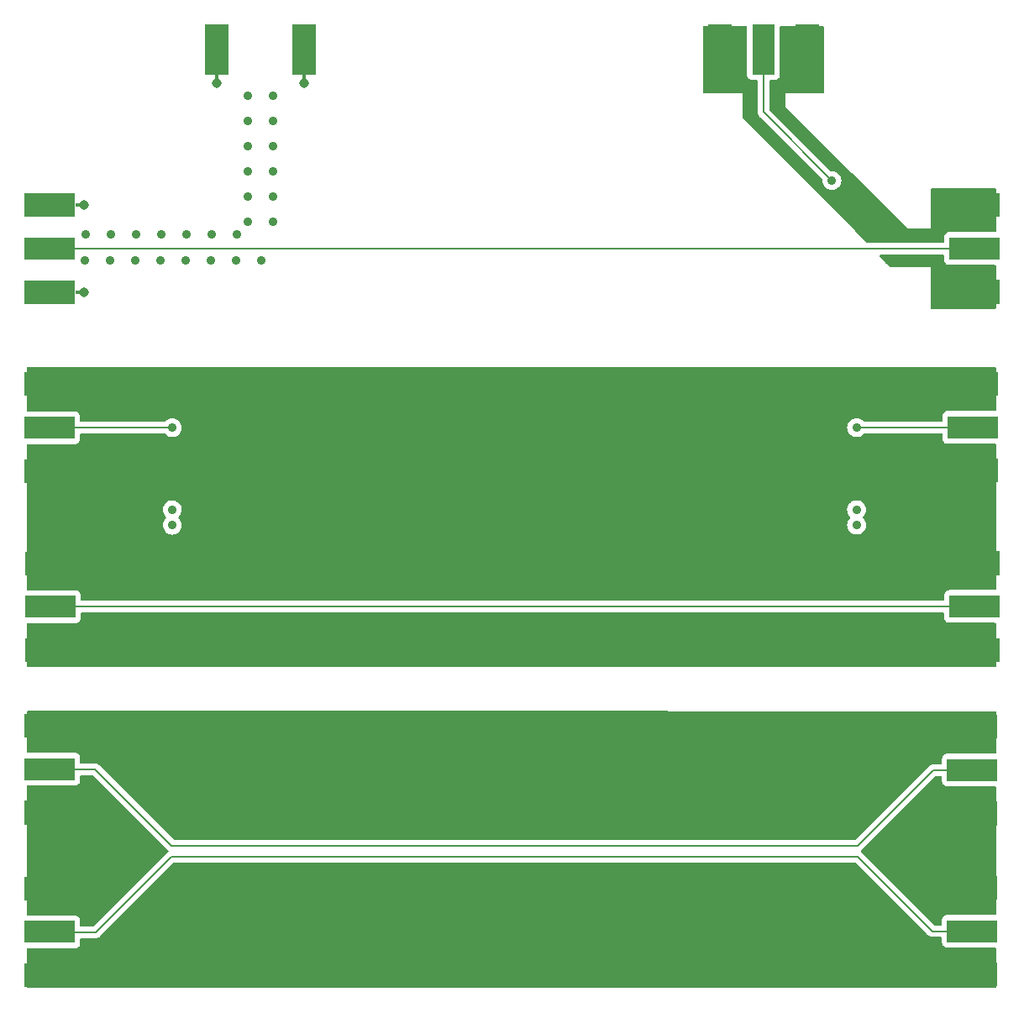
<source format=gbl>
G04 #@! TF.GenerationSoftware,KiCad,Pcbnew,(6.0.1)*
G04 #@! TF.CreationDate,2022-06-06T21:41:38+02:00*
G04 #@! TF.ProjectId,rf_test_board,72665f74-6573-4745-9f62-6f6172642e6b,rev?*
G04 #@! TF.SameCoordinates,Original*
G04 #@! TF.FileFunction,Copper,L4,Bot*
G04 #@! TF.FilePolarity,Positive*
%FSLAX46Y46*%
G04 Gerber Fmt 4.6, Leading zero omitted, Abs format (unit mm)*
G04 Created by KiCad (PCBNEW (6.0.1)) date 2022-06-06 21:41:38*
%MOMM*%
%LPD*%
G01*
G04 APERTURE LIST*
G04 #@! TA.AperFunction,SMDPad,CuDef*
%ADD10R,5.080000X2.420000*%
G04 #@! TD*
G04 #@! TA.AperFunction,ComponentPad*
%ADD11C,0.970000*%
G04 #@! TD*
G04 #@! TA.AperFunction,SMDPad,CuDef*
%ADD12R,0.950000X0.460000*%
G04 #@! TD*
G04 #@! TA.AperFunction,SMDPad,CuDef*
%ADD13R,5.080000X2.290000*%
G04 #@! TD*
G04 #@! TA.AperFunction,SMDPad,CuDef*
%ADD14R,2.420000X5.080000*%
G04 #@! TD*
G04 #@! TA.AperFunction,SMDPad,CuDef*
%ADD15R,0.460000X0.950000*%
G04 #@! TD*
G04 #@! TA.AperFunction,SMDPad,CuDef*
%ADD16R,2.290000X5.080000*%
G04 #@! TD*
G04 #@! TA.AperFunction,ViaPad*
%ADD17C,0.880000*%
G04 #@! TD*
G04 #@! TA.AperFunction,Conductor*
%ADD18C,0.140000*%
G04 #@! TD*
G04 #@! TA.AperFunction,Conductor*
%ADD19C,0.250000*%
G04 #@! TD*
G04 #@! TA.AperFunction,Conductor*
%ADD20C,0.143000*%
G04 #@! TD*
G04 #@! TA.AperFunction,Conductor*
%ADD21C,0.351000*%
G04 #@! TD*
G04 APERTURE END LIST*
D10*
X57129000Y-128181000D03*
D11*
X60569000Y-128181000D03*
D12*
X60119000Y-119421000D03*
D11*
X60569000Y-119421000D03*
D12*
X60119000Y-128181000D03*
D10*
X57129000Y-119421000D03*
D13*
X150297300Y-123774200D03*
D11*
X146857300Y-128154200D03*
D12*
X147307300Y-128154200D03*
D10*
X150297300Y-128154200D03*
D12*
X147307300Y-119394200D03*
D10*
X150297300Y-119394200D03*
D11*
X146857300Y-119394200D03*
D13*
X57093700Y-140169900D03*
D11*
X60533700Y-144549900D03*
D10*
X57093700Y-144549900D03*
D12*
X60083700Y-135789900D03*
X60083700Y-144549900D03*
D10*
X57093700Y-135789900D03*
D11*
X60533700Y-135789900D03*
X146864850Y-119419600D03*
X146864850Y-128179600D03*
D12*
X147314850Y-119419600D03*
D10*
X150304850Y-128179600D03*
X150304850Y-119419600D03*
D12*
X147314850Y-128179600D03*
X60087000Y-92074000D03*
D11*
X60537000Y-92074000D03*
D10*
X57097000Y-92074000D03*
D12*
X60087000Y-83314000D03*
D11*
X60537000Y-83314000D03*
D10*
X57097000Y-83314000D03*
D13*
X150114350Y-105721150D03*
D12*
X147124350Y-110101150D03*
D10*
X150114350Y-110101150D03*
D11*
X146674350Y-101341150D03*
D10*
X150114350Y-101341150D03*
D11*
X146674350Y-110101150D03*
D12*
X147124350Y-101341150D03*
X147073200Y-135893000D03*
X147073200Y-144653000D03*
D11*
X146623200Y-135893000D03*
D10*
X150063200Y-135893000D03*
D11*
X146623200Y-144653000D03*
D10*
X150063200Y-144653000D03*
D13*
X57092000Y-87695000D03*
D12*
X60082000Y-83315000D03*
D10*
X57092000Y-92075000D03*
X57092000Y-83315000D03*
D12*
X60082000Y-92075000D03*
D11*
X60532000Y-92075000D03*
X60532000Y-83315000D03*
D12*
X60077000Y-135816800D03*
D11*
X60527000Y-135816800D03*
D10*
X57087000Y-135816800D03*
X57087000Y-144576800D03*
D11*
X60527000Y-144576800D03*
D12*
X60077000Y-144576800D03*
D13*
X57067450Y-105752900D03*
D11*
X60507450Y-110132900D03*
D12*
X60057450Y-110132900D03*
D11*
X60507450Y-101372900D03*
D10*
X57067450Y-101372900D03*
X57067450Y-110132900D03*
D12*
X60057450Y-101372900D03*
X147124350Y-110094800D03*
D11*
X146674350Y-110094800D03*
D10*
X150114350Y-110094800D03*
D12*
X147124350Y-101334800D03*
D11*
X146674350Y-101334800D03*
D10*
X150114350Y-101334800D03*
D13*
X150068700Y-140258800D03*
D10*
X150068700Y-135878800D03*
X150068700Y-144638800D03*
D11*
X146628700Y-144638800D03*
D12*
X147078700Y-144638800D03*
X147078700Y-135878800D03*
D11*
X146628700Y-135878800D03*
X60513450Y-110132900D03*
D10*
X57073450Y-101372900D03*
X57073450Y-110132900D03*
D12*
X60063450Y-110132900D03*
X60063450Y-101372900D03*
D11*
X60513450Y-101372900D03*
D13*
X150069900Y-156502100D03*
D12*
X147079900Y-152122100D03*
X147079900Y-160882100D03*
D10*
X150069900Y-152122100D03*
X150069900Y-160882100D03*
D11*
X146629900Y-160882100D03*
X146629900Y-152122100D03*
X82685000Y-71064000D03*
D14*
X82685000Y-67624000D03*
D15*
X73925000Y-70614000D03*
D11*
X73925000Y-71064000D03*
D14*
X73925000Y-67624000D03*
D15*
X82685000Y-70614000D03*
D12*
X147285000Y-83302000D03*
D10*
X150275000Y-83302000D03*
D12*
X147285000Y-92062000D03*
D10*
X150275000Y-92062000D03*
D11*
X146835000Y-92062000D03*
X146835000Y-83302000D03*
X60552400Y-160985200D03*
D10*
X57112400Y-152225200D03*
X57112400Y-160985200D03*
D11*
X60552400Y-152225200D03*
D12*
X60102400Y-152225200D03*
X60102400Y-160985200D03*
D16*
X129018000Y-67635000D03*
D11*
X124638000Y-71075000D03*
D15*
X133398000Y-70625000D03*
X124638000Y-70625000D03*
D11*
X133398000Y-71075000D03*
D14*
X124638000Y-67635000D03*
X133398000Y-67635000D03*
D13*
X150274000Y-87694000D03*
D11*
X146834000Y-92074000D03*
D10*
X150274000Y-92074000D03*
D12*
X147284000Y-92074000D03*
D11*
X146834000Y-83314000D03*
D12*
X147284000Y-83314000D03*
D10*
X150274000Y-83314000D03*
D12*
X147073200Y-152123600D03*
D11*
X146623200Y-160883600D03*
D10*
X150063200Y-152123600D03*
X150063200Y-160883600D03*
D11*
X146623200Y-152123600D03*
D12*
X147073200Y-160883600D03*
D11*
X60570600Y-119420000D03*
D10*
X57130600Y-128180000D03*
D12*
X60120600Y-128180000D03*
D10*
X57130600Y-119420000D03*
D12*
X60120600Y-119420000D03*
D11*
X60570600Y-128180000D03*
D13*
X57130600Y-123800000D03*
X57092850Y-156584650D03*
D12*
X60082850Y-160964650D03*
D11*
X60532850Y-160964650D03*
D10*
X57092850Y-152204650D03*
D11*
X60532850Y-152204650D03*
D10*
X57092850Y-160964650D03*
D12*
X60082850Y-152204650D03*
D17*
X141649000Y-88903000D03*
X143256000Y-88900000D03*
X144780000Y-88900000D03*
X146304000Y-88900000D03*
X139700000Y-86360000D03*
X138684000Y-85344000D03*
X137668000Y-84328000D03*
X136652000Y-83312000D03*
X135636000Y-82296000D03*
X134620000Y-81280000D03*
X133604000Y-80264000D03*
X132588000Y-79248000D03*
X131572000Y-78232000D03*
X130556000Y-77216000D03*
X129540000Y-76200000D03*
X128524000Y-75184000D03*
X127508000Y-74168000D03*
X146304000Y-86360000D03*
X144780000Y-86360000D03*
X143256000Y-86360000D03*
X142240000Y-85344000D03*
X141224000Y-84328000D03*
X140208000Y-83312000D03*
X139192000Y-82296000D03*
X138176000Y-81280000D03*
X137160000Y-80264000D03*
X136144000Y-79248000D03*
X135128000Y-78232000D03*
X134112000Y-77216000D03*
X133096000Y-76200000D03*
X132080000Y-75184000D03*
X131064000Y-74168000D03*
X130556000Y-72644000D03*
X127508000Y-72644000D03*
X135925000Y-80845000D03*
X75905004Y-86233604D03*
X70825004Y-86233604D03*
X68285004Y-86233604D03*
X63205004Y-86233604D03*
X60665004Y-86233604D03*
X73365004Y-86233604D03*
X65745004Y-86233604D03*
X77041004Y-85010604D03*
X77041004Y-79930604D03*
X77041004Y-77390604D03*
X77041004Y-72310604D03*
X77041004Y-82470604D03*
X77041004Y-74850604D03*
X79574004Y-72307604D03*
X79574004Y-85007604D03*
X79574004Y-79927604D03*
X79574004Y-82467604D03*
X79574004Y-74847604D03*
X79574004Y-77387604D03*
X63174004Y-88886604D03*
X70794004Y-88886604D03*
X75874004Y-88886604D03*
X60634004Y-88886604D03*
X68254004Y-88886604D03*
X73334004Y-88886604D03*
X65714004Y-88886604D03*
X78414004Y-88886604D03*
X68580000Y-101600000D03*
X71120000Y-101600000D03*
X73660000Y-101600000D03*
X76200000Y-101600000D03*
X78740000Y-101600000D03*
X81280000Y-101600000D03*
X83820000Y-101600000D03*
X86360000Y-101600000D03*
X88900000Y-101600000D03*
X91440000Y-101600000D03*
X93980000Y-101600000D03*
X99060000Y-101600000D03*
X96520000Y-101600000D03*
X101600000Y-101600000D03*
X104140000Y-101600000D03*
X106680000Y-101600000D03*
X109220000Y-101600000D03*
X111760000Y-101600000D03*
X114300000Y-101600000D03*
X116840000Y-101600000D03*
X119380000Y-101600000D03*
X121920000Y-101600000D03*
X124460000Y-101600000D03*
X127000000Y-101600000D03*
X139700000Y-101600000D03*
X129540000Y-101600000D03*
X132080000Y-101600000D03*
X134620000Y-101600000D03*
X137160000Y-101600000D03*
X137160000Y-109220000D03*
X134620000Y-109220000D03*
X132080000Y-109220000D03*
X129540000Y-109220000D03*
X127000000Y-109220000D03*
X124460000Y-109220000D03*
X121920000Y-109220000D03*
X119380000Y-109220000D03*
X116840000Y-109220000D03*
X114300000Y-109220000D03*
X111760000Y-109220000D03*
X109220000Y-109220000D03*
X106680000Y-109220000D03*
X104140000Y-109220000D03*
X101600000Y-109220000D03*
X96520000Y-109220000D03*
X99060000Y-109220000D03*
X91440000Y-109220000D03*
X93980000Y-109220000D03*
X88900000Y-109220000D03*
X86360000Y-109220000D03*
X83820000Y-109220000D03*
X81280000Y-109220000D03*
X78740000Y-109220000D03*
X76200000Y-109220000D03*
X73660000Y-109220000D03*
X71120000Y-109220000D03*
X60960000Y-125730000D03*
X63500000Y-125730000D03*
X66040000Y-125730000D03*
X144780000Y-125730000D03*
X142240000Y-125730000D03*
X139700000Y-125730000D03*
X137160000Y-125730000D03*
X134620000Y-125730000D03*
X132080000Y-125730000D03*
X129540000Y-125730000D03*
X127000000Y-125730000D03*
X124460000Y-125730000D03*
X121920000Y-125730000D03*
X119380000Y-125730000D03*
X116840000Y-125730000D03*
X114300000Y-125730000D03*
X111760000Y-125730000D03*
X109220000Y-125730000D03*
X106680000Y-125730000D03*
X104140000Y-125730000D03*
X101600000Y-125730000D03*
X99060000Y-125730000D03*
X96520000Y-125730000D03*
X93980000Y-125730000D03*
X91440000Y-125730000D03*
X88900000Y-125730000D03*
X86360000Y-125730000D03*
X83820000Y-125730000D03*
X81280000Y-125730000D03*
X78740000Y-125730000D03*
X76200000Y-125730000D03*
X73660000Y-125730000D03*
X71120000Y-125730000D03*
X68580000Y-125730000D03*
X68580000Y-121920000D03*
X139700000Y-121920000D03*
X137160000Y-121920000D03*
X134620000Y-121920000D03*
X132080000Y-121920000D03*
X129540000Y-121920000D03*
X127000000Y-121920000D03*
X121920000Y-121920000D03*
X124460000Y-121920000D03*
X119380000Y-121920000D03*
X116840000Y-121920000D03*
X111760000Y-121920000D03*
X114300000Y-121920000D03*
X109220000Y-121920000D03*
X104140000Y-121920000D03*
X106680000Y-121920000D03*
X101600000Y-121920000D03*
X96520000Y-121920000D03*
X99060000Y-121920000D03*
X93980000Y-121920000D03*
X91440000Y-121920000D03*
X88900000Y-121920000D03*
X86360000Y-121920000D03*
X83820000Y-121920000D03*
X81280000Y-121920000D03*
X78740000Y-121920000D03*
X76200000Y-121920000D03*
X73660000Y-121920000D03*
X71120000Y-121920000D03*
X64102400Y-117920450D03*
X66236000Y-115844000D03*
X65220000Y-116860000D03*
X66030450Y-113487600D03*
X63954000Y-111354000D03*
X64970000Y-112370000D03*
X143500450Y-118497600D03*
X141424000Y-116364000D03*
X142440000Y-117380000D03*
X141382400Y-113040450D03*
X143516000Y-110964000D03*
X142500000Y-111980000D03*
X138400000Y-105760000D03*
X69430000Y-105760000D03*
X139147550Y-118770400D03*
X140208000Y-119888000D03*
X141224000Y-120904000D03*
X139090400Y-110788450D03*
X140208000Y-109728000D03*
X141224000Y-108712000D03*
X66700400Y-120440450D03*
X67818000Y-119380000D03*
X68834000Y-118364000D03*
X67818000Y-109728000D03*
X66757550Y-108610400D03*
X68834000Y-110744000D03*
X69430900Y-115589050D03*
X69437250Y-114033300D03*
X138404600Y-114020600D03*
X138398250Y-115576350D03*
D18*
X150109500Y-105726000D02*
X150114350Y-105721150D01*
X138440500Y-105726000D02*
X150109500Y-105726000D01*
D19*
X150114350Y-105840350D02*
X150114350Y-105721150D01*
D18*
X129018000Y-67635000D02*
X129018000Y-73938000D01*
X129018000Y-73938000D02*
X135925000Y-80845000D01*
D20*
X57092000Y-87695000D02*
X150100000Y-87695000D01*
D21*
X150271500Y-123800000D02*
X150297300Y-123774200D01*
D18*
X57130600Y-123800000D02*
X150271500Y-123800000D01*
D19*
X138400000Y-105760000D02*
X138438850Y-105721150D01*
X69422900Y-105752900D02*
X69430000Y-105760000D01*
D18*
X57067450Y-105752900D02*
X69422900Y-105752900D01*
D19*
X150082600Y-105752900D02*
X150114350Y-105721150D01*
D18*
X138544300Y-149028150D02*
X69370000Y-149028150D01*
X146018250Y-156502100D02*
X138544300Y-149028150D01*
X150448100Y-156502100D02*
X146018250Y-156502100D01*
X138531600Y-147885150D02*
X69370000Y-147885150D01*
X146145250Y-140271500D02*
X138531600Y-147885150D01*
X150545800Y-140271500D02*
X146145250Y-140271500D01*
X61747400Y-156603700D02*
X57297950Y-156603700D01*
X69335650Y-149021800D02*
X61762325Y-156595125D01*
X69350000Y-147867750D02*
X61677550Y-140195300D01*
X61674150Y-140195300D02*
X57248650Y-140195300D01*
G04 #@! TA.AperFunction,Conductor*
G36*
X138320609Y-149626652D02*
G01*
X138341583Y-149643555D01*
X145576538Y-156878511D01*
X145587405Y-156890902D01*
X145605659Y-156914691D01*
X145635998Y-156937971D01*
X145636000Y-156937973D01*
X145726504Y-157007419D01*
X145867231Y-157065710D01*
X145980332Y-157080600D01*
X145980333Y-157080600D01*
X145980343Y-157080601D01*
X146010060Y-157084513D01*
X146010061Y-157084513D01*
X146018250Y-157085591D01*
X146047974Y-157081678D01*
X146064419Y-157080600D01*
X146895400Y-157080600D01*
X146963521Y-157100602D01*
X147010014Y-157154258D01*
X147021400Y-157206600D01*
X147021400Y-157695234D01*
X147028155Y-157757416D01*
X147079285Y-157893805D01*
X147166639Y-158010361D01*
X147283195Y-158097715D01*
X147419584Y-158148845D01*
X147481766Y-158155600D01*
X152350200Y-158155600D01*
X152418321Y-158175602D01*
X152464814Y-158229258D01*
X152476200Y-158281600D01*
X152476200Y-162129200D01*
X152456198Y-162197321D01*
X152402542Y-162243814D01*
X152350200Y-162255200D01*
X54863000Y-162255200D01*
X54794879Y-162235198D01*
X54748386Y-162181542D01*
X54737000Y-162129200D01*
X54737000Y-158364150D01*
X54757002Y-158296029D01*
X54810658Y-158249536D01*
X54863000Y-158238150D01*
X59680984Y-158238150D01*
X59743166Y-158231395D01*
X59879555Y-158180265D01*
X59996111Y-158092911D01*
X60083465Y-157976355D01*
X60134595Y-157839966D01*
X60141350Y-157777784D01*
X60141350Y-157308200D01*
X60161352Y-157240079D01*
X60215008Y-157193586D01*
X60267350Y-157182200D01*
X61785318Y-157182200D01*
X61898419Y-157167310D01*
X62039146Y-157109019D01*
X62045477Y-157104160D01*
X62046440Y-157103604D01*
X62054071Y-157100444D01*
X62060624Y-157095416D01*
X62060627Y-157095414D01*
X62106586Y-157060148D01*
X62144574Y-157030998D01*
X62156939Y-157018633D01*
X62159991Y-157016291D01*
X62162333Y-157013239D01*
X69532017Y-149643555D01*
X69594329Y-149609529D01*
X69621112Y-149606650D01*
X138252488Y-149606650D01*
X138320609Y-149626652D01*
G37*
G04 #@! TD.AperFunction*
G04 #@! TA.AperFunction,Conductor*
G36*
X61453859Y-140793802D02*
G01*
X61474833Y-140810705D01*
X68936859Y-148272731D01*
X68947726Y-148285122D01*
X68957409Y-148297741D01*
X68963959Y-148302767D01*
X69012917Y-148340334D01*
X69054784Y-148397672D01*
X69059006Y-148468543D01*
X69024242Y-148530446D01*
X69012922Y-148540255D01*
X68953401Y-148585927D01*
X61551033Y-155988295D01*
X61488721Y-156022321D01*
X61461938Y-156025200D01*
X60267350Y-156025200D01*
X60199229Y-156005198D01*
X60152736Y-155951542D01*
X60141350Y-155899200D01*
X60141350Y-155391516D01*
X60134595Y-155329334D01*
X60083465Y-155192945D01*
X59996111Y-155076389D01*
X59879555Y-154989035D01*
X59743166Y-154937905D01*
X59680984Y-154931150D01*
X54863000Y-154931150D01*
X54794879Y-154911148D01*
X54748386Y-154857492D01*
X54737000Y-154805150D01*
X54737000Y-141949400D01*
X54757002Y-141881279D01*
X54810658Y-141834786D01*
X54863000Y-141823400D01*
X59681834Y-141823400D01*
X59744016Y-141816645D01*
X59880405Y-141765515D01*
X59996961Y-141678161D01*
X60084315Y-141561605D01*
X60135445Y-141425216D01*
X60142200Y-141363034D01*
X60142200Y-140899800D01*
X60162202Y-140831679D01*
X60215858Y-140785186D01*
X60268200Y-140773800D01*
X61385738Y-140773800D01*
X61453859Y-140793802D01*
G37*
G04 #@! TD.AperFunction*
G04 #@! TA.AperFunction,Conductor*
G36*
X146962321Y-140870002D02*
G01*
X147008814Y-140923658D01*
X147020200Y-140976000D01*
X147020200Y-141451934D01*
X147026955Y-141514116D01*
X147078085Y-141650505D01*
X147165439Y-141767061D01*
X147281995Y-141854415D01*
X147418384Y-141905545D01*
X147480566Y-141912300D01*
X152350200Y-141912300D01*
X152418321Y-141932302D01*
X152464814Y-141985958D01*
X152476200Y-142038300D01*
X152476200Y-154722600D01*
X152456198Y-154790721D01*
X152402542Y-154837214D01*
X152350200Y-154848600D01*
X147481766Y-154848600D01*
X147419584Y-154855355D01*
X147283195Y-154906485D01*
X147166639Y-154993839D01*
X147079285Y-155110395D01*
X147028155Y-155246784D01*
X147021400Y-155308966D01*
X147021400Y-155797600D01*
X147001398Y-155865721D01*
X146947742Y-155912214D01*
X146895400Y-155923600D01*
X146310063Y-155923600D01*
X146241942Y-155903598D01*
X146220968Y-155886695D01*
X138986019Y-148651747D01*
X138975151Y-148639356D01*
X138961918Y-148622110D01*
X138961917Y-148622109D01*
X138956891Y-148615559D01*
X138950341Y-148610533D01*
X138950338Y-148610530D01*
X138873720Y-148551739D01*
X138831853Y-148494401D01*
X138827631Y-148423530D01*
X138862396Y-148361627D01*
X138873705Y-148351827D01*
X138944191Y-148297741D01*
X138962452Y-148273943D01*
X138973319Y-148261553D01*
X146347967Y-140886905D01*
X146410279Y-140852879D01*
X146437062Y-140850000D01*
X146894200Y-140850000D01*
X146962321Y-140870002D01*
G37*
G04 #@! TD.AperFunction*
G04 #@! TA.AperFunction,Conductor*
G36*
X86947774Y-134315167D02*
G01*
X152350224Y-134327787D01*
X152418341Y-134347802D01*
X152464824Y-134401467D01*
X152476200Y-134453787D01*
X152476200Y-138479300D01*
X152456198Y-138547421D01*
X152402542Y-138593914D01*
X152350200Y-138605300D01*
X147480566Y-138605300D01*
X147418384Y-138612055D01*
X147281995Y-138663185D01*
X147165439Y-138750539D01*
X147078085Y-138867095D01*
X147026955Y-139003484D01*
X147020200Y-139065666D01*
X147020200Y-139567000D01*
X147000198Y-139635121D01*
X146946542Y-139681614D01*
X146894200Y-139693000D01*
X146191426Y-139693000D01*
X146174980Y-139691922D01*
X146153438Y-139689086D01*
X146145250Y-139688008D01*
X146107332Y-139693000D01*
X145994231Y-139707890D01*
X145853504Y-139766181D01*
X145793082Y-139812545D01*
X145739212Y-139853880D01*
X145739209Y-139853883D01*
X145732659Y-139858909D01*
X145727633Y-139865459D01*
X145727632Y-139865460D01*
X145714399Y-139882706D01*
X145703531Y-139895097D01*
X138328883Y-147269745D01*
X138266571Y-147303771D01*
X138239788Y-147306650D01*
X69659212Y-147306650D01*
X69591091Y-147286648D01*
X69570117Y-147269745D01*
X62104656Y-139804284D01*
X62093788Y-139791892D01*
X62091767Y-139789258D01*
X62091764Y-139789255D01*
X62086741Y-139782709D01*
X62080195Y-139777686D01*
X62080192Y-139777683D01*
X62077558Y-139775662D01*
X62065166Y-139764794D01*
X62059799Y-139759427D01*
X62009035Y-139720474D01*
X61975849Y-139695009D01*
X61975847Y-139695008D01*
X61969296Y-139689981D01*
X61828569Y-139631690D01*
X61677550Y-139611808D01*
X61669362Y-139612886D01*
X61647820Y-139615722D01*
X61631374Y-139616800D01*
X60268200Y-139616800D01*
X60200079Y-139596798D01*
X60153586Y-139543142D01*
X60142200Y-139490800D01*
X60142200Y-138976766D01*
X60135445Y-138914584D01*
X60084315Y-138778195D01*
X59996961Y-138661639D01*
X59880405Y-138574285D01*
X59744016Y-138523155D01*
X59681834Y-138516400D01*
X54863000Y-138516400D01*
X54794879Y-138496398D01*
X54748386Y-138442742D01*
X54737000Y-138390400D01*
X54737000Y-134434976D01*
X54757002Y-134366855D01*
X54810658Y-134320362D01*
X54863022Y-134308976D01*
X86947774Y-134315167D01*
G37*
G04 #@! TD.AperFunction*
G04 #@! TA.AperFunction,Conductor*
G36*
X147190921Y-124398502D02*
G01*
X147237414Y-124452158D01*
X147248800Y-124504500D01*
X147248800Y-124967334D01*
X147255555Y-125029516D01*
X147306685Y-125165905D01*
X147394039Y-125282461D01*
X147510595Y-125369815D01*
X147646984Y-125420945D01*
X147709166Y-125427700D01*
X152350200Y-125427700D01*
X152418321Y-125447702D01*
X152464814Y-125501358D01*
X152476200Y-125553700D01*
X152476200Y-129744130D01*
X152456198Y-129812251D01*
X152402542Y-129858744D01*
X152350229Y-129870129D01*
X111090728Y-129878486D01*
X54863026Y-129889873D01*
X54794901Y-129869885D01*
X54748397Y-129816239D01*
X54737000Y-129763873D01*
X54737000Y-125579500D01*
X54757002Y-125511379D01*
X54810658Y-125464886D01*
X54863000Y-125453500D01*
X59718734Y-125453500D01*
X59780916Y-125446745D01*
X59917305Y-125395615D01*
X60033861Y-125308261D01*
X60121215Y-125191705D01*
X60172345Y-125055316D01*
X60179100Y-124993134D01*
X60179100Y-124504500D01*
X60199102Y-124436379D01*
X60252758Y-124389886D01*
X60305100Y-124378500D01*
X147122800Y-124378500D01*
X147190921Y-124398502D01*
G37*
G04 #@! TD.AperFunction*
G04 #@! TA.AperFunction,Conductor*
G36*
X152418310Y-99660060D02*
G01*
X152464808Y-99713711D01*
X152476200Y-99766065D01*
X152476200Y-103941650D01*
X152456198Y-104009771D01*
X152402542Y-104056264D01*
X152350200Y-104067650D01*
X147526216Y-104067650D01*
X147464034Y-104074405D01*
X147327645Y-104125535D01*
X147211089Y-104212889D01*
X147123735Y-104329445D01*
X147072605Y-104465834D01*
X147065850Y-104528016D01*
X147065850Y-105021500D01*
X147045848Y-105089621D01*
X146992192Y-105136114D01*
X146939850Y-105147500D01*
X139184297Y-105147500D01*
X139116176Y-105127498D01*
X139086654Y-105101135D01*
X139080183Y-105093201D01*
X139080178Y-105093196D01*
X139076284Y-105088421D01*
X139070654Y-105083763D01*
X138937710Y-104973782D01*
X138932961Y-104969853D01*
X138769337Y-104881382D01*
X138680491Y-104853880D01*
X138597532Y-104828200D01*
X138597529Y-104828199D01*
X138591645Y-104826378D01*
X138585520Y-104825734D01*
X138585519Y-104825734D01*
X138412782Y-104807578D01*
X138412781Y-104807578D01*
X138406654Y-104806934D01*
X138329836Y-104813925D01*
X138227548Y-104823234D01*
X138227545Y-104823235D01*
X138221409Y-104823793D01*
X138215503Y-104825531D01*
X138215499Y-104825532D01*
X138083007Y-104864527D01*
X138042967Y-104876311D01*
X137878124Y-104962489D01*
X137733159Y-105079044D01*
X137729200Y-105083762D01*
X137729199Y-105083763D01*
X137724284Y-105089621D01*
X137613593Y-105221536D01*
X137610630Y-105226925D01*
X137610627Y-105226930D01*
X137536124Y-105362452D01*
X137523982Y-105384538D01*
X137467738Y-105561842D01*
X137447004Y-105746693D01*
X137462569Y-105932051D01*
X137513840Y-106110855D01*
X137516658Y-106116337D01*
X137516659Y-106116341D01*
X137596045Y-106270810D01*
X137596048Y-106270814D01*
X137598865Y-106276296D01*
X137714405Y-106422071D01*
X137856059Y-106542628D01*
X137861437Y-106545634D01*
X137861439Y-106545635D01*
X137963899Y-106602897D01*
X138018432Y-106633375D01*
X138024291Y-106635279D01*
X138024294Y-106635280D01*
X138065252Y-106648588D01*
X138195338Y-106690856D01*
X138201448Y-106691585D01*
X138201450Y-106691585D01*
X138264324Y-106699082D01*
X138380040Y-106712880D01*
X138386175Y-106712408D01*
X138386177Y-106712408D01*
X138559359Y-106699082D01*
X138559362Y-106699081D01*
X138565502Y-106698609D01*
X138593271Y-106690856D01*
X138738729Y-106650244D01*
X138738730Y-106650244D01*
X138744660Y-106648588D01*
X138750158Y-106645811D01*
X138905190Y-106567499D01*
X138905192Y-106567498D01*
X138910691Y-106564720D01*
X139057269Y-106450200D01*
X139061295Y-106445536D01*
X139061298Y-106445533D01*
X139145340Y-106348169D01*
X139204993Y-106309672D01*
X139240721Y-106304500D01*
X146939850Y-106304500D01*
X147007971Y-106324502D01*
X147054464Y-106378158D01*
X147065850Y-106430500D01*
X147065850Y-106914284D01*
X147072605Y-106976466D01*
X147123735Y-107112855D01*
X147211089Y-107229411D01*
X147327645Y-107316765D01*
X147464034Y-107367895D01*
X147526216Y-107374650D01*
X152350200Y-107374650D01*
X152418321Y-107394652D01*
X152464814Y-107448308D01*
X152476200Y-107500650D01*
X152476200Y-121994700D01*
X152456198Y-122062821D01*
X152402542Y-122109314D01*
X152350200Y-122120700D01*
X147709166Y-122120700D01*
X147646984Y-122127455D01*
X147510595Y-122178585D01*
X147394039Y-122265939D01*
X147306685Y-122382495D01*
X147255555Y-122518884D01*
X147248800Y-122581066D01*
X147248800Y-123095500D01*
X147228798Y-123163621D01*
X147175142Y-123210114D01*
X147122800Y-123221500D01*
X60305100Y-123221500D01*
X60236979Y-123201498D01*
X60190486Y-123147842D01*
X60179100Y-123095500D01*
X60179100Y-122606866D01*
X60172345Y-122544684D01*
X60121215Y-122408295D01*
X60033861Y-122291739D01*
X59917305Y-122204385D01*
X59780916Y-122153255D01*
X59718734Y-122146500D01*
X54863000Y-122146500D01*
X54794879Y-122126498D01*
X54748386Y-122072842D01*
X54737000Y-122020500D01*
X54737000Y-115575743D01*
X68477904Y-115575743D01*
X68478420Y-115581887D01*
X68492403Y-115748401D01*
X68493469Y-115761101D01*
X68544740Y-115939905D01*
X68547558Y-115945387D01*
X68547559Y-115945391D01*
X68626945Y-116099860D01*
X68626948Y-116099864D01*
X68629765Y-116105346D01*
X68745305Y-116251121D01*
X68749998Y-116255115D01*
X68749999Y-116255116D01*
X68872037Y-116358978D01*
X68886959Y-116371678D01*
X68892337Y-116374684D01*
X68892339Y-116374685D01*
X68994799Y-116431947D01*
X69049332Y-116462425D01*
X69055191Y-116464329D01*
X69055194Y-116464330D01*
X69096152Y-116477638D01*
X69226238Y-116519906D01*
X69232348Y-116520635D01*
X69232350Y-116520635D01*
X69318589Y-116530918D01*
X69410940Y-116541930D01*
X69417075Y-116541458D01*
X69417077Y-116541458D01*
X69590259Y-116528132D01*
X69590262Y-116528131D01*
X69596402Y-116527659D01*
X69624171Y-116519906D01*
X69769629Y-116479294D01*
X69769630Y-116479294D01*
X69775560Y-116477638D01*
X69781058Y-116474861D01*
X69936090Y-116396549D01*
X69936092Y-116396548D01*
X69941591Y-116393770D01*
X70088169Y-116279250D01*
X70092195Y-116274586D01*
X70092198Y-116274583D01*
X70205683Y-116143109D01*
X70205684Y-116143107D01*
X70209712Y-116138441D01*
X70219972Y-116120381D01*
X70298543Y-115982069D01*
X70301590Y-115976706D01*
X70360304Y-115800205D01*
X70383617Y-115615662D01*
X70383989Y-115589050D01*
X70381439Y-115563043D01*
X137445254Y-115563043D01*
X137460819Y-115748401D01*
X137512090Y-115927205D01*
X137514908Y-115932687D01*
X137514909Y-115932691D01*
X137594295Y-116087160D01*
X137594298Y-116087164D01*
X137597115Y-116092646D01*
X137712655Y-116238421D01*
X137717348Y-116242415D01*
X137717349Y-116242416D01*
X137732272Y-116255116D01*
X137854309Y-116358978D01*
X137859687Y-116361984D01*
X137859689Y-116361985D01*
X137962149Y-116419247D01*
X138016682Y-116449725D01*
X138022541Y-116451629D01*
X138022544Y-116451630D01*
X138055768Y-116462425D01*
X138193588Y-116507206D01*
X138199698Y-116507935D01*
X138199700Y-116507935D01*
X138262574Y-116515432D01*
X138378290Y-116529230D01*
X138384425Y-116528758D01*
X138384427Y-116528758D01*
X138557609Y-116515432D01*
X138557612Y-116515431D01*
X138563752Y-116514959D01*
X138591521Y-116507206D01*
X138736979Y-116466594D01*
X138736980Y-116466594D01*
X138742910Y-116464938D01*
X138753840Y-116459417D01*
X138903440Y-116383849D01*
X138903442Y-116383848D01*
X138908941Y-116381070D01*
X139055519Y-116266550D01*
X139059545Y-116261886D01*
X139059548Y-116261883D01*
X139173033Y-116130409D01*
X139173034Y-116130407D01*
X139177062Y-116125741D01*
X139268940Y-115964006D01*
X139327654Y-115787505D01*
X139350967Y-115602962D01*
X139351164Y-115588846D01*
X139351290Y-115579872D01*
X139351290Y-115579868D01*
X139351339Y-115576350D01*
X139333188Y-115391227D01*
X139279425Y-115213156D01*
X139270033Y-115195493D01*
X139194994Y-115054365D01*
X139194993Y-115054363D01*
X139192098Y-115048919D01*
X139074534Y-114904771D01*
X139069792Y-114900848D01*
X139069790Y-114900846D01*
X139067640Y-114899067D01*
X139066824Y-114897858D01*
X139065443Y-114896468D01*
X139065707Y-114896206D01*
X139027902Y-114840233D01*
X139026279Y-114769255D01*
X139060296Y-114712029D01*
X139061869Y-114710800D01*
X139071736Y-114699369D01*
X139179383Y-114574659D01*
X139179384Y-114574657D01*
X139183412Y-114569991D01*
X139275290Y-114408256D01*
X139334004Y-114231755D01*
X139357317Y-114047212D01*
X139357514Y-114033096D01*
X139357640Y-114024122D01*
X139357640Y-114024118D01*
X139357689Y-114020600D01*
X139339538Y-113835477D01*
X139285775Y-113657406D01*
X139276383Y-113639743D01*
X139201344Y-113498615D01*
X139201343Y-113498613D01*
X139198448Y-113493169D01*
X139154605Y-113439412D01*
X139084779Y-113353796D01*
X139084776Y-113353793D01*
X139080884Y-113349021D01*
X139075254Y-113344363D01*
X138957662Y-113247082D01*
X138937561Y-113230453D01*
X138773937Y-113141982D01*
X138637273Y-113099678D01*
X138602132Y-113088800D01*
X138602129Y-113088799D01*
X138596245Y-113086978D01*
X138590120Y-113086334D01*
X138590119Y-113086334D01*
X138417382Y-113068178D01*
X138417381Y-113068178D01*
X138411254Y-113067534D01*
X138334436Y-113074525D01*
X138232148Y-113083834D01*
X138232145Y-113083835D01*
X138226009Y-113084393D01*
X138220103Y-113086131D01*
X138220099Y-113086132D01*
X138087607Y-113125127D01*
X138047567Y-113136911D01*
X137882724Y-113223089D01*
X137877924Y-113226949D01*
X137877923Y-113226949D01*
X137861414Y-113240223D01*
X137737759Y-113339644D01*
X137733800Y-113344362D01*
X137733799Y-113344363D01*
X137722531Y-113357792D01*
X137618193Y-113482136D01*
X137615230Y-113487525D01*
X137615227Y-113487530D01*
X137540724Y-113623052D01*
X137528582Y-113645138D01*
X137526721Y-113651005D01*
X137526720Y-113651007D01*
X137518790Y-113676006D01*
X137472338Y-113822442D01*
X137451604Y-114007293D01*
X137467169Y-114192651D01*
X137518440Y-114371455D01*
X137521258Y-114376937D01*
X137521259Y-114376941D01*
X137600645Y-114531410D01*
X137600648Y-114531414D01*
X137603465Y-114536896D01*
X137719005Y-114682671D01*
X137723699Y-114686666D01*
X137723702Y-114686669D01*
X137737571Y-114698473D01*
X137776483Y-114757857D01*
X137777112Y-114828851D01*
X137739313Y-114885898D01*
X137740612Y-114887224D01*
X137736215Y-114891530D01*
X137731409Y-114895394D01*
X137611843Y-115037886D01*
X137608880Y-115043275D01*
X137608877Y-115043280D01*
X137534374Y-115178802D01*
X137522232Y-115200888D01*
X137520371Y-115206755D01*
X137520370Y-115206757D01*
X137512440Y-115231756D01*
X137465988Y-115378192D01*
X137445254Y-115563043D01*
X70381439Y-115563043D01*
X70365838Y-115403927D01*
X70312075Y-115225856D01*
X70224748Y-115061619D01*
X70107184Y-114917471D01*
X70102442Y-114913548D01*
X70102440Y-114913546D01*
X70100290Y-114911767D01*
X70099474Y-114910558D01*
X70098093Y-114909168D01*
X70098357Y-114908906D01*
X70060552Y-114852933D01*
X70058929Y-114781955D01*
X70092946Y-114724729D01*
X70094519Y-114723500D01*
X70098546Y-114718835D01*
X70212033Y-114587359D01*
X70212034Y-114587357D01*
X70216062Y-114582691D01*
X70226322Y-114564631D01*
X70304893Y-114426319D01*
X70307940Y-114420956D01*
X70366654Y-114244455D01*
X70389967Y-114059912D01*
X70390339Y-114033300D01*
X70372188Y-113848177D01*
X70318425Y-113670106D01*
X70231098Y-113505869D01*
X70187255Y-113452112D01*
X70117429Y-113366496D01*
X70117426Y-113366493D01*
X70113534Y-113361721D01*
X70107904Y-113357063D01*
X69974960Y-113247082D01*
X69970211Y-113243153D01*
X69806587Y-113154682D01*
X69717741Y-113127180D01*
X69634782Y-113101500D01*
X69634779Y-113101499D01*
X69628895Y-113099678D01*
X69622770Y-113099034D01*
X69622769Y-113099034D01*
X69450032Y-113080878D01*
X69450031Y-113080878D01*
X69443904Y-113080234D01*
X69376878Y-113086334D01*
X69264798Y-113096534D01*
X69264795Y-113096535D01*
X69258659Y-113097093D01*
X69252753Y-113098831D01*
X69252749Y-113098832D01*
X69129277Y-113135172D01*
X69080217Y-113149611D01*
X68915374Y-113235789D01*
X68770409Y-113352344D01*
X68766450Y-113357062D01*
X68766449Y-113357063D01*
X68656252Y-113488390D01*
X68650843Y-113494836D01*
X68647880Y-113500225D01*
X68647877Y-113500230D01*
X68573374Y-113635752D01*
X68561232Y-113657838D01*
X68504988Y-113835142D01*
X68484254Y-114019993D01*
X68484770Y-114026137D01*
X68498753Y-114192651D01*
X68499819Y-114205351D01*
X68551090Y-114384155D01*
X68553908Y-114389637D01*
X68553909Y-114389641D01*
X68633295Y-114544110D01*
X68633298Y-114544114D01*
X68636115Y-114549596D01*
X68751655Y-114695371D01*
X68756349Y-114699366D01*
X68756352Y-114699369D01*
X68770221Y-114711173D01*
X68809133Y-114770557D01*
X68809762Y-114841551D01*
X68771963Y-114898598D01*
X68773262Y-114899924D01*
X68768865Y-114904230D01*
X68764059Y-114908094D01*
X68756191Y-114917471D01*
X68650624Y-115043280D01*
X68644493Y-115050586D01*
X68641530Y-115055975D01*
X68641527Y-115055980D01*
X68567024Y-115191502D01*
X68554882Y-115213588D01*
X68498638Y-115390892D01*
X68477904Y-115575743D01*
X54737000Y-115575743D01*
X54737000Y-107532400D01*
X54757002Y-107464279D01*
X54810658Y-107417786D01*
X54863000Y-107406400D01*
X59655584Y-107406400D01*
X59717766Y-107399645D01*
X59854155Y-107348515D01*
X59970711Y-107261161D01*
X60058065Y-107144605D01*
X60109195Y-107008216D01*
X60115950Y-106946034D01*
X60115950Y-106457400D01*
X60135952Y-106389279D01*
X60189608Y-106342786D01*
X60241950Y-106331400D01*
X68611629Y-106331400D01*
X68679750Y-106351402D01*
X68710374Y-106379135D01*
X68744405Y-106422071D01*
X68886059Y-106542628D01*
X68891437Y-106545634D01*
X68891439Y-106545635D01*
X68993899Y-106602897D01*
X69048432Y-106633375D01*
X69054291Y-106635279D01*
X69054294Y-106635280D01*
X69095252Y-106648588D01*
X69225338Y-106690856D01*
X69231448Y-106691585D01*
X69231450Y-106691585D01*
X69294324Y-106699082D01*
X69410040Y-106712880D01*
X69416175Y-106712408D01*
X69416177Y-106712408D01*
X69589359Y-106699082D01*
X69589362Y-106699081D01*
X69595502Y-106698609D01*
X69623271Y-106690856D01*
X69768729Y-106650244D01*
X69768730Y-106650244D01*
X69774660Y-106648588D01*
X69780158Y-106645811D01*
X69935190Y-106567499D01*
X69935192Y-106567498D01*
X69940691Y-106564720D01*
X70087269Y-106450200D01*
X70091295Y-106445536D01*
X70091298Y-106445533D01*
X70204783Y-106314059D01*
X70204784Y-106314057D01*
X70208812Y-106309391D01*
X70300690Y-106147656D01*
X70359404Y-105971155D01*
X70382717Y-105786612D01*
X70383089Y-105760000D01*
X70364938Y-105574877D01*
X70311175Y-105396806D01*
X70223848Y-105232569D01*
X70171773Y-105168718D01*
X70110179Y-105093196D01*
X70110176Y-105093193D01*
X70106284Y-105088421D01*
X70100654Y-105083763D01*
X69967710Y-104973782D01*
X69962961Y-104969853D01*
X69799337Y-104881382D01*
X69710491Y-104853880D01*
X69627532Y-104828200D01*
X69627529Y-104828199D01*
X69621645Y-104826378D01*
X69615520Y-104825734D01*
X69615519Y-104825734D01*
X69442782Y-104807578D01*
X69442781Y-104807578D01*
X69436654Y-104806934D01*
X69359836Y-104813925D01*
X69257548Y-104823234D01*
X69257545Y-104823235D01*
X69251409Y-104823793D01*
X69245503Y-104825531D01*
X69245499Y-104825532D01*
X69113007Y-104864527D01*
X69072967Y-104876311D01*
X68908124Y-104962489D01*
X68763159Y-105079044D01*
X68759200Y-105083762D01*
X68755291Y-105088421D01*
X68720912Y-105129392D01*
X68661803Y-105168718D01*
X68624391Y-105174400D01*
X60241950Y-105174400D01*
X60173829Y-105154398D01*
X60127336Y-105100742D01*
X60115950Y-105048400D01*
X60115950Y-104559766D01*
X60109195Y-104497584D01*
X60058065Y-104361195D01*
X59970711Y-104244639D01*
X59854155Y-104157285D01*
X59717766Y-104106155D01*
X59655584Y-104099400D01*
X54863000Y-104099400D01*
X54794879Y-104079398D01*
X54748386Y-104025742D01*
X54737000Y-103973400D01*
X54737000Y-99775935D01*
X54757002Y-99707814D01*
X54810658Y-99661321D01*
X54862987Y-99649935D01*
X112130112Y-99644137D01*
X152350188Y-99640065D01*
X152418310Y-99660060D01*
G37*
G04 #@! TD.AperFunction*
G04 #@! TA.AperFunction,Conductor*
G36*
X147167621Y-88295002D02*
G01*
X147214114Y-88348658D01*
X147225500Y-88401000D01*
X147225500Y-88887134D01*
X147232255Y-88949316D01*
X147283385Y-89085705D01*
X147370739Y-89202261D01*
X147487295Y-89289615D01*
X147623684Y-89340745D01*
X147685866Y-89347500D01*
X152350200Y-89347500D01*
X152418321Y-89367502D01*
X152464814Y-89421158D01*
X152476200Y-89473500D01*
X152476200Y-93644883D01*
X152456198Y-93713004D01*
X152402542Y-93759497D01*
X152350377Y-93770883D01*
X145975877Y-93779823D01*
X145907728Y-93759916D01*
X145861160Y-93706326D01*
X145849700Y-93654123D01*
X145840043Y-89598116D01*
X145840000Y-89580000D01*
X143151863Y-89573296D01*
X141882205Y-89570130D01*
X141814134Y-89549958D01*
X141793185Y-89532987D01*
X140755626Y-88489857D01*
X140721768Y-88427453D01*
X140727023Y-88356652D01*
X140769721Y-88299930D01*
X140836308Y-88275297D01*
X140844960Y-88275000D01*
X147099500Y-88275000D01*
X147167621Y-88295002D01*
G37*
G04 #@! TD.AperFunction*
G04 #@! TA.AperFunction,Conductor*
G36*
X127306621Y-65272602D02*
G01*
X127353114Y-65326258D01*
X127364500Y-65378600D01*
X127364500Y-70223134D01*
X127371255Y-70285316D01*
X127422385Y-70421705D01*
X127509739Y-70538261D01*
X127626295Y-70625615D01*
X127762684Y-70676745D01*
X127824866Y-70683500D01*
X128313500Y-70683500D01*
X128381621Y-70703502D01*
X128428114Y-70757158D01*
X128439500Y-70809500D01*
X128439500Y-73891824D01*
X128438422Y-73908270D01*
X128434508Y-73938000D01*
X128439500Y-73975918D01*
X128454390Y-74089019D01*
X128512681Y-74229746D01*
X128559045Y-74290168D01*
X128600380Y-74344038D01*
X128600383Y-74344041D01*
X128605409Y-74350591D01*
X128611959Y-74355617D01*
X128611960Y-74355618D01*
X128629206Y-74368851D01*
X128641597Y-74379719D01*
X134941385Y-80679507D01*
X134975411Y-80741819D01*
X134977505Y-80782646D01*
X134972004Y-80831693D01*
X134987569Y-81017051D01*
X135038840Y-81195855D01*
X135041658Y-81201337D01*
X135041659Y-81201341D01*
X135121045Y-81355810D01*
X135121048Y-81355814D01*
X135123865Y-81361296D01*
X135239405Y-81507071D01*
X135244098Y-81511065D01*
X135244099Y-81511066D01*
X135359295Y-81609105D01*
X135381059Y-81627628D01*
X135386437Y-81630634D01*
X135386439Y-81630635D01*
X135435967Y-81658315D01*
X135543432Y-81718375D01*
X135549291Y-81720279D01*
X135549294Y-81720280D01*
X135590252Y-81733588D01*
X135720338Y-81775856D01*
X135726448Y-81776585D01*
X135726450Y-81776585D01*
X135789324Y-81784082D01*
X135905040Y-81797880D01*
X135911175Y-81797408D01*
X135911177Y-81797408D01*
X136084359Y-81784082D01*
X136084362Y-81784081D01*
X136090502Y-81783609D01*
X136118271Y-81775856D01*
X136263729Y-81735244D01*
X136263730Y-81735244D01*
X136269660Y-81733588D01*
X136283728Y-81726482D01*
X136430190Y-81652499D01*
X136430192Y-81652498D01*
X136435691Y-81649720D01*
X136582269Y-81535200D01*
X136586295Y-81530536D01*
X136586298Y-81530533D01*
X136699783Y-81399059D01*
X136699784Y-81399057D01*
X136703812Y-81394391D01*
X136795690Y-81232656D01*
X136854404Y-81056155D01*
X136877717Y-80871612D01*
X136878089Y-80845000D01*
X136859938Y-80659877D01*
X136806175Y-80481806D01*
X136718848Y-80317569D01*
X136675005Y-80263812D01*
X136605179Y-80178196D01*
X136605176Y-80178193D01*
X136601284Y-80173421D01*
X136457961Y-80054853D01*
X136294337Y-79966382D01*
X136205491Y-79938880D01*
X136122532Y-79913200D01*
X136122529Y-79913199D01*
X136116645Y-79911378D01*
X136110520Y-79910734D01*
X136110519Y-79910734D01*
X135937782Y-79892578D01*
X135937781Y-79892578D01*
X135931654Y-79891934D01*
X135915353Y-79893418D01*
X135860646Y-79898396D01*
X135790993Y-79884651D01*
X135760132Y-79862010D01*
X129633405Y-73735283D01*
X129599379Y-73672971D01*
X129596500Y-73646188D01*
X129596500Y-70809500D01*
X129616502Y-70741379D01*
X129670158Y-70694886D01*
X129722500Y-70683500D01*
X130211134Y-70683500D01*
X130273316Y-70676745D01*
X130409705Y-70625615D01*
X130526261Y-70538261D01*
X130613615Y-70421705D01*
X130664745Y-70285316D01*
X130671500Y-70223134D01*
X130671500Y-65378600D01*
X130691502Y-65310479D01*
X130745158Y-65263986D01*
X130797500Y-65252600D01*
X134983130Y-65252600D01*
X135051251Y-65272602D01*
X135097744Y-65326258D01*
X135109130Y-65378772D01*
X135100172Y-71953515D01*
X135080077Y-72021608D01*
X135026358Y-72068028D01*
X134973516Y-72079341D01*
X131278115Y-72060094D01*
X131278114Y-72060094D01*
X131260000Y-72060000D01*
X131240000Y-73370000D01*
X131247318Y-73377294D01*
X131247318Y-73377295D01*
X137860721Y-79969312D01*
X143610000Y-85700000D01*
X145860000Y-85700000D01*
X145850308Y-81726482D01*
X145870144Y-81658315D01*
X145923686Y-81611691D01*
X145976483Y-81600177D01*
X147079800Y-81601722D01*
X152350376Y-81609105D01*
X152418469Y-81629203D01*
X152464887Y-81682923D01*
X152476200Y-81735105D01*
X152476200Y-85914500D01*
X152456198Y-85982621D01*
X152402542Y-86029114D01*
X152350200Y-86040500D01*
X147685866Y-86040500D01*
X147623684Y-86047255D01*
X147487295Y-86098385D01*
X147370739Y-86185739D01*
X147283385Y-86302295D01*
X147232255Y-86438684D01*
X147225500Y-86500866D01*
X147225500Y-86989000D01*
X147205498Y-87057121D01*
X147151842Y-87103614D01*
X147099500Y-87115000D01*
X139440500Y-87115000D01*
X139372379Y-87094998D01*
X139351166Y-87077857D01*
X138328827Y-86050029D01*
X126966254Y-74626448D01*
X126932396Y-74564045D01*
X126929592Y-74538592D01*
X126910144Y-72088116D01*
X126910144Y-72088115D01*
X126910000Y-72070000D01*
X126896868Y-72069934D01*
X126896866Y-72069933D01*
X123084678Y-72050631D01*
X123016659Y-72030285D01*
X122970439Y-71976394D01*
X122959318Y-71925322D01*
X122923498Y-65379289D01*
X122943127Y-65311060D01*
X122996527Y-65264274D01*
X123049496Y-65252600D01*
X127238500Y-65252600D01*
X127306621Y-65272602D01*
G37*
G04 #@! TD.AperFunction*
M02*

</source>
